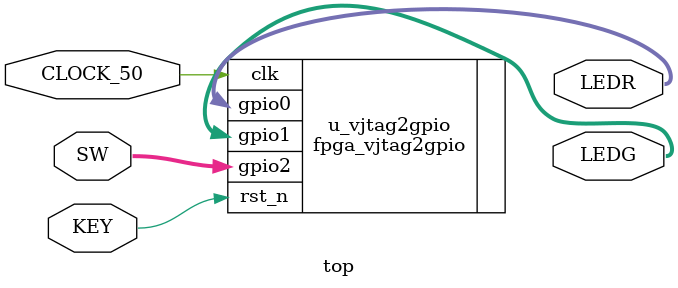
<source format=sv>

module top
(
    input         CLOCK_50,    // 50 MHz
    input         KEY,         // Used as RESET, low active

    output [15:0] LEDR,
    output [3:0]  LEDG,
    input  [15:0] SW
);

    fpga_vjtag2gpio u_vjtag2gpio(
        .clk    (CLOCK_50),
        .rst_n  (KEY),
        .gpio0  (LEDR),
        .gpio1  (LEDG),
        .gpio2  (SW)
    );


endmodule

</source>
